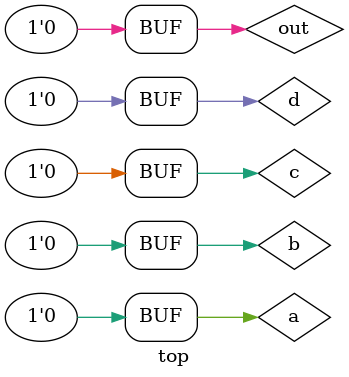
<source format=sv>
/* Generated by Synlig (git sha1 c799ed4e9, g++ 12.2.0-14 -fPIC -O3) */

(* top =  1  *)
(* src = "/root/synlig/synlig/tests/simple_tests/event_implicit_expression_list/event_implicit.sv:6.1-14.10" *)
module top();
  (* src = "/root/synlig/synlig/tests/simple_tests/event_implicit_expression_list/event_implicit.sv:7.7-7.8" *)
  wire a;
  (* src = "/root/synlig/synlig/tests/simple_tests/event_implicit_expression_list/event_implicit.sv:8.7-8.8" *)
  wire b;
  (* src = "/root/synlig/synlig/tests/simple_tests/event_implicit_expression_list/event_implicit.sv:9.7-9.8" *)
  wire c;
  (* src = "/root/synlig/synlig/tests/simple_tests/event_implicit_expression_list/event_implicit.sv:10.7-10.8" *)
  wire d;
  (* src = "/root/synlig/synlig/tests/simple_tests/event_implicit_expression_list/event_implicit.sv:11.6-11.9" *)
  wire out;
  assign a = 1'h0;
  assign b = 1'h0;
  assign c = 1'h0;
  assign d = 1'h0;
  assign out = 1'h0;
endmodule

</source>
